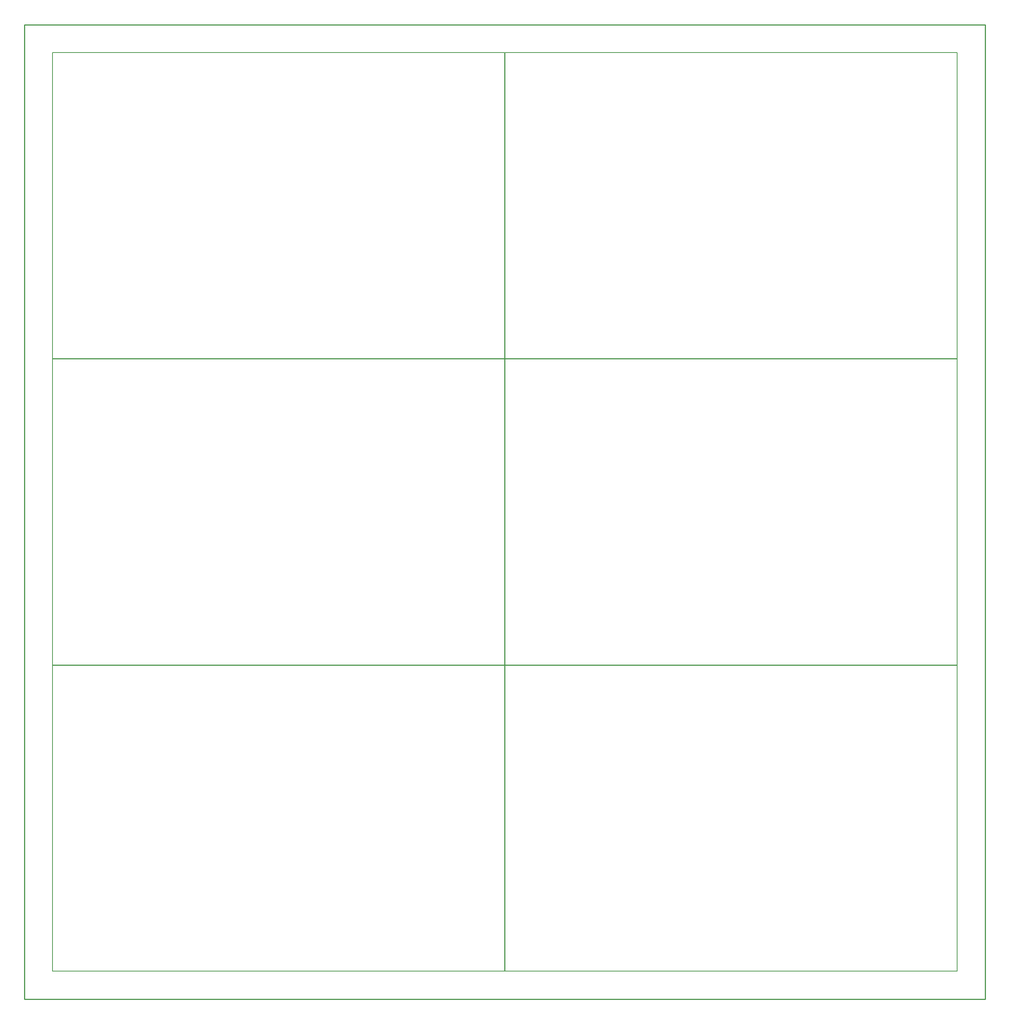
<source format=gm1>
G04 Layer_Color=16711935*
%FSLAX24Y24*%
%MOIN*%
G70*
G01*
G75*
%ADD12C,0.0100*%
%ADD53C,0.0080*%
D12*
X9272Y9272D02*
X97106D01*
Y98287D01*
X9272D02*
X97106D01*
X9272Y9272D02*
Y98287D01*
D53*
X53150Y11811D02*
Y39764D01*
X11811Y11811D02*
Y39764D01*
Y11811D02*
X53150D01*
X11811Y39764D02*
X53150D01*
X94528Y11811D02*
Y39764D01*
X53189Y11811D02*
Y39764D01*
Y11811D02*
X94528D01*
X53189Y39764D02*
X94528D01*
X53150Y39803D02*
Y67756D01*
X11811Y39803D02*
Y67756D01*
Y39803D02*
X53150D01*
X11811Y67756D02*
X53150D01*
X94528Y39803D02*
Y67756D01*
X53189Y39803D02*
Y67756D01*
Y39803D02*
X94528D01*
X53189Y67756D02*
X94528D01*
X53150Y67795D02*
Y95748D01*
X11811Y67795D02*
Y95748D01*
Y67795D02*
X53150D01*
X11811Y95748D02*
X53150D01*
X94528Y67795D02*
Y95748D01*
X53189Y67795D02*
Y95748D01*
Y67795D02*
X94528D01*
X53189Y95748D02*
X94528D01*
M02*

</source>
